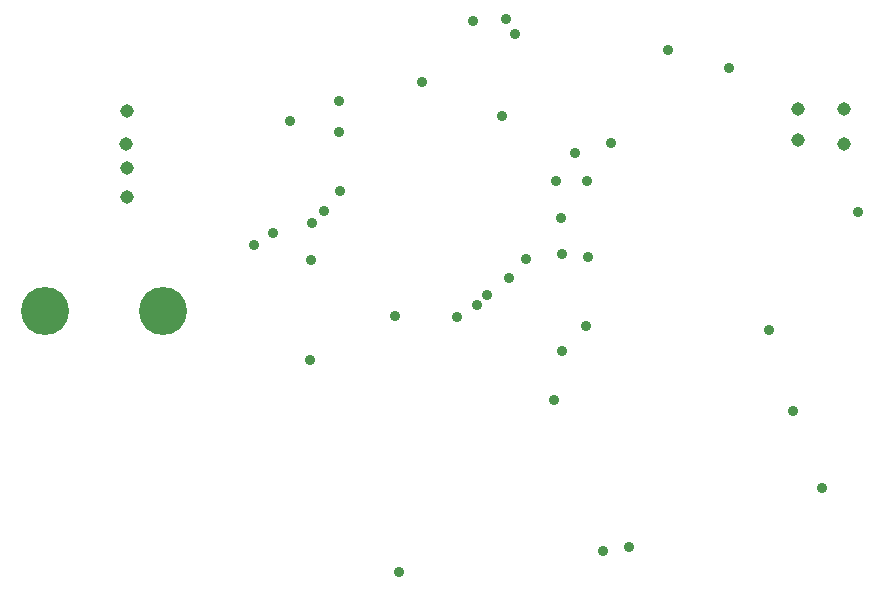
<source format=gbs>
%FSLAX46Y46*%
G04 Gerber Fmt 4.6, Leading zero omitted, Abs format (unit mm)*
G04 Created by KiCad (PCBNEW (2014-jan-25)-product) date Wed 09 Jul 2014 20:06:45 EST*
%MOMM*%
G01*
G04 APERTURE LIST*
%ADD10C,0.150000*%
%ADD11C,4.064000*%
%ADD12C,1.143000*%
%ADD13C,0.889000*%
G04 APERTURE END LIST*
D10*
D11*
X76999999Y-100999999D03*
X86999999Y-100999999D03*
D12*
X144661999Y-86814999D03*
X144661999Y-83874999D03*
X140788999Y-86554999D03*
X140788999Y-83894999D03*
X83946999Y-88899999D03*
X83819999Y-86867999D03*
X83946999Y-84073999D03*
X83946999Y-91312999D03*
D13*
X120699999Y-93099999D03*
X101999999Y-90799999D03*
X115699999Y-84499999D03*
X101899999Y-83199999D03*
X101899999Y-85799999D03*
X106933999Y-123062999D03*
X120099999Y-108499999D03*
X120776999Y-104393999D03*
X122808999Y-102234999D03*
X142747999Y-115950999D03*
X140334999Y-109473999D03*
X138302999Y-102615999D03*
X99399999Y-105099999D03*
X134899999Y-80399999D03*
X129699999Y-78899999D03*
X111899999Y-101499999D03*
X106599999Y-101399999D03*
X120299999Y-89999999D03*
X145869509Y-92599999D03*
X99599999Y-93499999D03*
X113584749Y-100473749D03*
X114399999Y-99599999D03*
X100599999Y-92499999D03*
X122899999Y-90000008D03*
X121899999Y-87625119D03*
X122999999Y-96399999D03*
X124199999Y-121299999D03*
X113199999Y-76399999D03*
X108899999Y-81599999D03*
X115999999Y-76299999D03*
X116756131Y-77511329D03*
X99499999Y-96699999D03*
X117699999Y-96599999D03*
X120799999Y-96199999D03*
X96299999Y-94399999D03*
X94699999Y-95399999D03*
X124899999Y-86799999D03*
X97719999Y-84919999D03*
X126399999Y-120999999D03*
X116241949Y-98164033D03*
M02*

</source>
